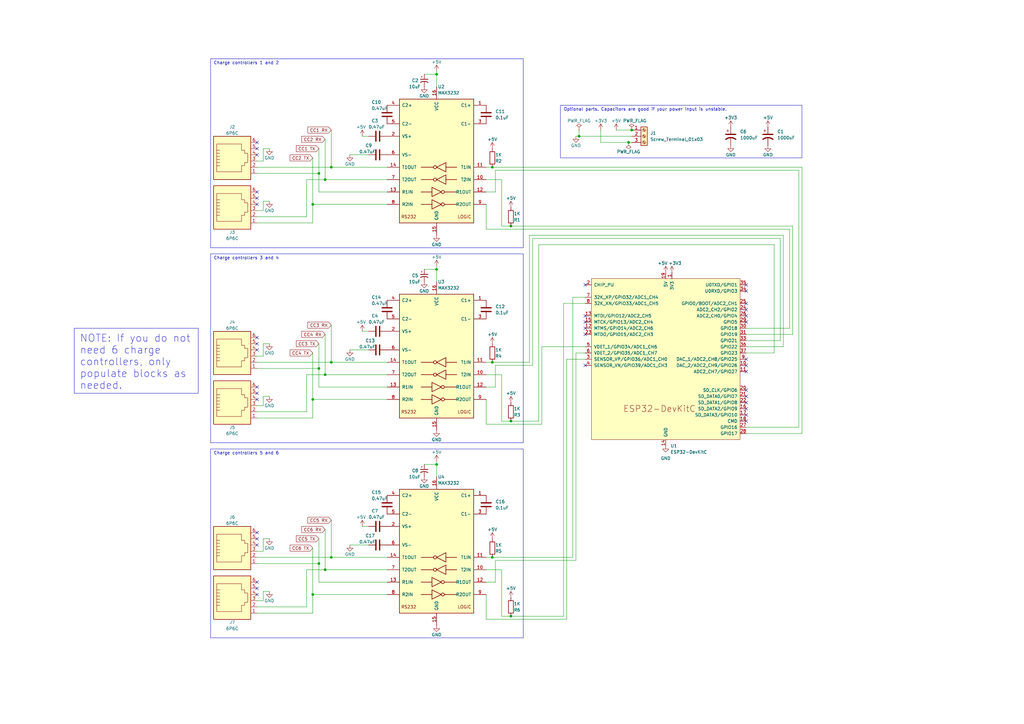
<source format=kicad_sch>
(kicad_sch (version 20230121) (generator eeschema)
  (paper "A3")
  (title_block (title "ESP32 Solar Box Monitor (6 Port)") (date "2023-03-29") (rev "2.1"))
  (lib_symbols
    (symbol "+5V_1" (power) (pin_names (offset 0))
      (property "Value" "+5V_1" (at 0 3.556 0))
      (symbol "+5V_1_0_1"
        (polyline (pts (xy -0.762 1.27) (xy 0 2.54)))
        (polyline (pts (xy 0 0) (xy 0 2.54)))
        (polyline (pts (xy 0 2.54) (xy 0.762 1.27)))
      )
      (symbol "+5V_1_1_1"
        (pin power_in line (at 0 0 90) (length 0) hide (name "+5V") (number "1"))
      )
    )
    (symbol "Connector:6P6C" (pin_names (offset 1.016))
      (property "Reference" "J" (at -5.08 11.43 0))
      (property "Value" "6P6C" (at 2.54 11.43 0))
      (symbol "6P6C_0_1"
        (polyline (pts (xy -6.35 -1.905) (xy -5.08 -1.905) (xy -5.08 -1.905)))
        (polyline (pts (xy -6.35 -0.635) (xy -5.08 -0.635) (xy -5.08 -0.635)))
        (polyline (pts (xy -6.35 0.635) (xy -5.08 0.635) (xy -5.08 0.635)))
        (polyline (pts (xy -6.35 1.905) (xy -5.08 1.905) (xy -5.08 1.905)))
        (polyline (pts (xy -6.35 3.175) (xy -5.08 3.175) (xy -5.08 3.175)))
        (polyline (pts (xy -5.08 4.445) (xy -6.35 4.445) (xy -6.35 4.445)))
        (polyline (pts (xy -6.35 -4.445) (xy -6.35 6.985) (xy 3.81 6.985) (xy 3.81 4.445) (xy 5.08 4.445) (xy 5.08 3.175) (xy 6.35 3.175) (xy 6.35 -0.635) (xy 5.08 -0.635) (xy 5.08 -1.905) (xy 3.81 -1.905) (xy 3.81 -4.445) (xy -6.35 -4.445) (xy -6.35 -4.445)))
        (rectangle (start 7.62 10.16) (end -7.62 -7.62) (stroke (width 0.254)) (fill (type background)))
      )
      (symbol "6P6C_1_1"
        (pin passive line (at 10.16 -5.08 180) (length 2.54) (name "~") (number "1"))
        (pin passive line (at 10.16 -2.54 180) (length 2.54) (name "~") (number "2"))
        (pin passive line (at 10.16 0 180) (length 2.54) (name "~") (number "3"))
        (pin passive line (at 10.16 2.54 180) (length 2.54) (name "~") (number "4"))
        (pin passive line (at 10.16 5.08 180) (length 2.54) (name "~") (number "5"))
        (pin passive line (at 10.16 7.62 180) (length 2.54) (name "~") (number "6"))
      )
    )
    (symbol "Connector:Screw_Terminal_01x03" (pin_names (offset 1.016) hide)
      (property "Reference" "J" (at 0 5.08 0))
      (property "Value" "Screw_Terminal_01x03" (at 0 -5.08 0))
      (symbol "Screw_Terminal_01x03_1_1"
        (rectangle (start -1.27 3.81) (end 1.27 -3.81) (stroke (width 0.254)) (fill (type background)))
        (circle (center 0 -2.54) (radius 0.635) (stroke (width 0.1524)))
        (polyline (pts (xy -0.5334 -2.2098) (xy 0.3302 -3.048)) (stroke (width 0.1524)))
        (polyline (pts (xy -0.5334 0.3302) (xy 0.3302 -0.508)) (stroke (width 0.1524)))
        (polyline (pts (xy -0.5334 2.8702) (xy 0.3302 2.032)) (stroke (width 0.1524)))
        (polyline (pts (xy -0.3556 -2.032) (xy 0.508 -2.8702)) (stroke (width 0.1524)))
        (polyline (pts (xy -0.3556 0.508) (xy 0.508 -0.3302)) (stroke (width 0.1524)))
        (polyline (pts (xy -0.3556 3.048) (xy 0.508 2.2098)) (stroke (width 0.1524)))
        (circle (center 0 0) (radius 0.635) (stroke (width 0.1524)))
        (circle (center 0 2.54) (radius 0.635) (stroke (width 0.1524)))
        (pin passive line (at -5.08 2.54 0) (length 3.81) (name "Pin_1") (number "1"))
        (pin passive line (at -5.08 0 0) (length 3.81) (name "Pin_2") (number "2"))
        (pin passive line (at -5.08 -2.54 0) (length 3.81) (name "Pin_3") (number "3"))
      )
    )
    (symbol "Device:C" (pin_numbers hide) (pin_names (offset 0.254))
      (property "Reference" "C" (at 0.635 2.54 0))
      (property "Value" "C" (at 0.635 -2.54 0))
      (symbol "C_0_1"
        (polyline (pts (xy -2.032 -0.762) (xy 2.032 -0.762)) (stroke (width 0.508)))
        (polyline (pts (xy -2.032 0.762) (xy 2.032 0.762)) (stroke (width 0.508)))
      )
      (symbol "C_1_1"
        (pin passive line (at 0 3.81 270) (length 2.794) (name "~") (number "1"))
        (pin passive line (at 0 -3.81 90) (length 2.794) (name "~") (number "2"))
      )
    )
    (symbol "Device:C_Polarized_Small_US" (pin_numbers hide) (pin_names (offset 0.254) hide)
      (property "Reference" "C" (at 0.254 1.778 0))
      (property "Value" "C_Polarized_Small_US" (at 0.254 -2.032 0))
      (symbol "C_Polarized_Small_US_0_1"
        (polyline (pts (xy -1.524 0.508) (xy 1.524 0.508)) (stroke (width 0.3048)))
        (polyline (pts (xy -1.27 1.524) (xy -0.762 1.524)))
        (polyline (pts (xy -1.016 1.27) (xy -1.016 1.778)))
        (arc (start 1.524 -0.762) (mid 0 -0.3734) (end -1.524 -0.762) (stroke (width 0.3048)))
      )
      (symbol "C_Polarized_Small_US_1_1"
        (pin passive line (at 0 2.54 270) (length 2.032) (name "~") (number "1"))
        (pin passive line (at 0 -2.54 90) (length 2.032) (name "~") (number "2"))
      )
    )
    (symbol "Device:C_Polarized_US" (pin_numbers hide) (pin_names (offset 0.254) hide)
      (property "Reference" "C" (at 0.635 2.54 0))
      (property "Value" "C_Polarized_US" (at 0.635 -2.54 0))
      (symbol "C_Polarized_US_0_1"
        (polyline (pts (xy -2.032 0.762) (xy 2.032 0.762)) (stroke (width 0.508)))
        (polyline (pts (xy -1.778 2.286) (xy -0.762 2.286)))
        (polyline (pts (xy -1.27 1.778) (xy -1.27 2.794)))
        (arc (start 2.032 -1.27) (mid 0 -0.5572) (end -2.032 -1.27) (stroke (width 0.508)))
      )
      (symbol "C_Polarized_US_1_1"
        (pin passive line (at 0 3.81 270) (length 2.794) (name "~") (number "1"))
        (pin passive line (at 0 -3.81 90) (length 3.302) (name "~") (number "2"))
      )
    )
    (symbol "Device:R" (pin_numbers hide) (pin_names (offset 0))
      (property "Reference" "R" (at 2.032 0 90))
      (property "Value" "R" (at 0 0 90))
      (symbol "R_0_1"
        (rectangle (start -1.016 -2.54) (end 1.016 2.54) (stroke (width 0.254)))
      )
      (symbol "R_1_1"
        (pin passive line (at 0 3.81 270) (length 1.27) (name "~") (number "1"))
        (pin passive line (at 0 -3.81 90) (length 1.27) (name "~") (number "2"))
      )
    )
    (symbol "Espressif:ESP32-DevKitC" (pin_names (offset 1.016))
      (property "Reference" "U" (at -30.48 38.1 0))
      (property "Value" "ESP32-DevKitC" (at -30.48 35.56 0))
      (symbol "ESP32-DevKitC_0_0"
        (text "ESP32-DevKitC" (at -2.54 -20.32 0) (effects (font (size 2.54 2.54))))
        (pin power_in line (at 0 -35.56 90) (length 2.54) (name "GND") (number "14"))
        (pin power_in line (at 0 35.56 270) (length 2.54) (name "5V") (number "19"))
      )
      (symbol "ESP32-DevKitC_0_1"
        (rectangle (start -30.48 33.02) (end 30.48 -33.02) (fill (type background)))
      )
      (symbol "ESP32-DevKitC_1_1"
        (pin power_in line (at 2.54 35.56 270) (length 2.54) (name "3V3") (number "1"))
        (pin bidirectional line (at 33.02 -2.54 180) (length 2.54) (name "DAC_2/ADC2_CH9/GPIO26") (number "10"))
        (pin bidirectional line (at 33.02 -5.08 180) (length 2.54) (name "ADC2_CH7/GPIO27") (number "11"))
        (pin bidirectional line (at -33.02 12.7 0) (length 2.54) (name "MTMS/GPIO14/ADC2_CH6") (number "12"))
        (pin bidirectional line (at -33.02 17.78 0) (length 2.54) (name "MTDI/GPIO12/ADC2_CH5") (number "13"))
        (pin bidirectional line (at -33.02 15.24 0) (length 2.54) (name "MTCK/GPIO13/ADC2_CH4") (number "15"))
        (pin bidirectional line (at 33.02 -20.32 180) (length 2.54) (name "SD_DATA2/GPIO9") (number "16"))
        (pin bidirectional line (at 33.02 -22.86 180) (length 2.54) (name "SD_DATA3/GPIO10") (number "17"))
        (pin bidirectional line (at 33.02 -25.4 180) (length 2.54) (name "CMD") (number "18"))
        (pin input line (at -33.02 30.48 0) (length 2.54) (name "CHIP_PU") (number "2"))
        (pin bidirectional line (at 33.02 -12.7 180) (length 2.54) (name "SD_CLK/GPIO6") (number "20"))
        (pin bidirectional line (at 33.02 -15.24 180) (length 2.54) (name "SD_DATA0/GPIO7") (number "21"))
        (pin bidirectional line (at 33.02 -17.78 180) (length 2.54) (name "SD_DATA1/GPIO8") (number "22"))
        (pin bidirectional line (at -33.02 10.16 0) (length 2.54) (name "MTDO/GPIO15/ADC2_CH3") (number "23"))
        (pin bidirectional line (at 33.02 20.32 180) (length 2.54) (name "ADC2_CH2/GPIO2") (number "24"))
        (pin bidirectional line (at 33.02 22.86 180) (length 2.54) (name "GPIO0/BOOT/ADC2_CH1") (number "25"))
        (pin bidirectional line (at 33.02 17.78 180) (length 2.54) (name "ADC2_CH0/GPIO4") (number "26"))
        (pin bidirectional line (at 33.02 -27.94 180) (length 2.54) (name "GPIO16") (number "27"))
        (pin bidirectional line (at 33.02 -30.48 180) (length 2.54) (name "GPIO17") (number "28"))
        (pin bidirectional line (at 33.02 15.24 180) (length 2.54) (name "GPIO5") (number "29"))
        (pin input line (at -33.02 0 0) (length 2.54) (name "SENSOR_VP/GPIO36/ADC1_CH0") (number "3"))
        (pin bidirectional line (at 33.02 12.7 180) (length 2.54) (name "GPIO18") (number "30"))
        (pin bidirectional line (at 33.02 10.16 180) (length 2.54) (name "GPIO19") (number "31"))
        (pin passive line (at 0 -35.56 90) (length 2.54) hide (name "GND") (number "32"))
        (pin bidirectional line (at 33.02 7.62 180) (length 2.54) (name "GPIO21") (number "33"))
        (pin bidirectional line (at 33.02 27.94 180) (length 2.54) (name "U0RXD/GPIO3") (number "34"))
        (pin bidirectional line (at 33.02 30.48 180) (length 2.54) (name "U0TXD/GPIO1") (number "35"))
        (pin bidirectional line (at 33.02 5.08 180) (length 2.54) (name "GPIO22") (number "36"))
        (pin bidirectional line (at 33.02 2.54 180) (length 2.54) (name "GPIO23") (number "37"))
        (pin passive line (at 0 -35.56 90) (length 2.54) hide (name "GND") (number "38"))
        (pin input line (at -33.02 -2.54 0) (length 2.54) (name "SENSOR_VN/GPIO39/ADC1_CH3") (number "4"))
        (pin input line (at -33.02 5.08 0) (length 2.54) (name "VDET_1/GPIO34/ADC1_CH6") (number "5"))
        (pin input line (at -33.02 2.54 0) (length 2.54) (name "VDET_2/GPIO35/ADC1_CH7") (number "6"))
        (pin bidirectional line (at -33.02 25.4 0) (length 2.54) (name "32K_XP/GPIO32/ADC1_CH4") (number "7"))
        (pin bidirectional line (at -33.02 22.86 0) (length 2.54) (name "32K_XN/GPIO33/ADC1_CH5") (number "8"))
        (pin bidirectional line (at 33.02 0 180) (length 2.54) (name "DAC_1/ADC2_CH8/GPIO25") (number "9"))
      )
    )
    (symbol "GND_1" (power) (pin_names (offset 0))
      (property "Value" "GND_1" (at 0 -3.81 0))
      (symbol "GND_1_0_1"
        (polyline (pts (xy 0 0) (xy 0 -1.27) (xy 1.27 -1.27) (xy 0 -2.54) (xy -1.27 -1.27) (xy 0 -1.27)))
      )
      (symbol "GND_1_1_1"
        (pin power_in line (at 0 0 270) (length 0) hide (name "GND") (number "1"))
      )
    )
    (symbol "Interface_UART:MAX3232" (pin_names (offset 1.016))
      (property "Reference" "U" (at -2.54 28.575 0))
      (property "Value" "MAX3232" (at -2.54 26.67 0))
      (symbol "MAX3232_0_0"
        (text "LOGIC" (at -11.43 -22.86 0) (effects (font (size 1.27 1.27))))
        (text "RS232" (at 11.43 -22.86 0) (effects (font (size 1.27 1.27))))
      )
      (symbol "MAX3232_0_1"
        (rectangle (start -15.24 -25.4) (end 15.24 25.4) (stroke (width 0.254)) (fill (type background)))
        (circle (center -2.54 -17.78) (radius 0.635) (stroke (width 0.254)))
        (circle (center -2.54 -12.7) (radius 0.635) (stroke (width 0.254)))
        (polyline (pts (xy -3.81 -7.62) (xy -8.255 -7.62)) (stroke (width 0.254)))
        (polyline (pts (xy -3.81 -2.54) (xy -8.255 -2.54)) (stroke (width 0.254)))
        (polyline (pts (xy -3.175 -17.78) (xy -8.255 -17.78)) (stroke (width 0.254)))
        (polyline (pts (xy -3.175 -12.7) (xy -8.255 -12.7)) (stroke (width 0.254)))
        (polyline (pts (xy 1.27 -7.62) (xy 6.35 -7.62)) (stroke (width 0.254)))
        (polyline (pts (xy 1.27 -2.54) (xy 6.35 -2.54)) (stroke (width 0.254)))
        (polyline (pts (xy 1.905 -17.78) (xy 6.35 -17.78)) (stroke (width 0.254)))
        (polyline (pts (xy 1.905 -12.7) (xy 6.35 -12.7)) (stroke (width 0.254)))
        (polyline (pts (xy -3.81 -5.715) (xy -3.81 -9.525) (xy 0 -7.62) (xy -3.81 -5.715)) (stroke (width 0.254)))
        (polyline (pts (xy -3.81 -0.635) (xy -3.81 -4.445) (xy 0 -2.54) (xy -3.81 -0.635)) (stroke (width 0.254)))
        (polyline (pts (xy 1.905 -15.875) (xy 1.905 -19.685) (xy -1.905 -17.78) (xy 1.905 -15.875)) (stroke (width 0.254)))
        (polyline (pts (xy 1.905 -10.795) (xy 1.905 -14.605) (xy -1.905 -12.7) (xy 1.905 -10.795)) (stroke (width 0.254)))
        (circle (center 0.635 -7.62) (radius 0.635) (stroke (width 0.254)))
        (circle (center 0.635 -2.54) (radius 0.635) (stroke (width 0.254)))
      )
      (symbol "MAX3232_1_1"
        (pin passive line (at -20.32 22.86 0) (length 5.08) (name "C1+") (number "1"))
        (pin input line (at -20.32 -7.62 0) (length 5.08) (name "T2IN") (number "10"))
        (pin input line (at -20.32 -2.54 0) (length 5.08) (name "T1IN") (number "11"))
        (pin output line (at -20.32 -12.7 0) (length 5.08) (name "R1OUT") (number "12"))
        (pin input line (at 20.32 -12.7 180) (length 5.08) (name "R1IN") (number "13"))
        (pin output line (at 20.32 -2.54 180) (length 5.08) (name "T1OUT") (number "14"))
        (pin power_in line (at 0 -30.48 90) (length 5.08) (name "GND") (number "15"))
        (pin power_in line (at 0 30.48 270) (length 5.08) (name "VCC") (number "16"))
        (pin power_out line (at 20.32 10.16 180) (length 5.08) (name "VS+") (number "2"))
        (pin passive line (at -20.32 15.24 0) (length 5.08) (name "C1-") (number "3"))
        (pin passive line (at 20.32 22.86 180) (length 5.08) (name "C2+") (number "4"))
        (pin passive line (at 20.32 15.24 180) (length 5.08) (name "C2-") (number "5"))
        (pin power_out line (at 20.32 2.54 180) (length 5.08) (name "VS-") (number "6"))
        (pin output line (at 20.32 -7.62 180) (length 5.08) (name "T2OUT") (number "7"))
        (pin input line (at 20.32 -17.78 180) (length 5.08) (name "R2IN") (number "8"))
        (pin output line (at -20.32 -17.78 0) (length 5.08) (name "R2OUT") (number "9"))
      )
    )
    (symbol "power:+3.3V" (power) (pin_names (offset 0))
      (property "Value" "+3.3V" (at 0 3.556 0))
      (symbol "+3.3V_0_1"
        (polyline (pts (xy -0.762 1.27) (xy 0 2.54)))
        (polyline (pts (xy 0 0) (xy 0 2.54)))
        (polyline (pts (xy 0 2.54) (xy 0.762 1.27)))
      )
      (symbol "+3.3V_1_1"
        (pin power_in line (at 0 0 90) (length 0) hide (name "+3V3") (number "1"))
      )
    )
    (symbol "power:+3V3" (power) (pin_names (offset 0))
      (property "Value" "+3V3" (at 0 3.556 0))
      (symbol "+3V3_0_1"
        (polyline (pts (xy -0.762 1.27) (xy 0 2.54)))
        (polyline (pts (xy 0 0) (xy 0 2.54)))
        (polyline (pts (xy 0 2.54) (xy 0.762 1.27)))
      )
      (symbol "+3V3_1_1"
        (pin power_in line (at 0 0 90) (length 0) hide (name "+3V3") (number "1"))
      )
    )
    (symbol "power:+5V" (power) (pin_names (offset 0))
      (property "Value" "+5V" (at 0 3.556 0))
      (symbol "+5V_0_1"
        (polyline (pts (xy -0.762 1.27) (xy 0 2.54)))
        (polyline (pts (xy 0 0) (xy 0 2.54)))
        (polyline (pts (xy 0 2.54) (xy 0.762 1.27)))
      )
      (symbol "+5V_1_1"
        (pin power_in line (at 0 0 90) (length 0) hide (name "+5V") (number "1"))
      )
    )
    (symbol "power:GND" (power) (pin_names (offset 0))
      (property "Value" "GND" (at 0 -3.81 0))
      (symbol "GND_0_1"
        (polyline (pts (xy 0 0) (xy 0 -1.27) (xy 1.27 -1.27) (xy 0 -2.54) (xy -1.27 -1.27) (xy 0 -1.27)))
      )
      (symbol "GND_1_1"
        (pin power_in line (at 0 0 270) (length 0) hide (name "GND") (number "1"))
      )
    )
    (symbol "power:PWR_FLAG" (power) (pin_numbers hide) (pin_names (offset 0) hide)
      (property "Value" "PWR_FLAG" (at 0 3.81 0))
      (symbol "PWR_FLAG_0_0"
        (pin power_out line (at 0 0 90) (length 0) (name "pwr") (number "1"))
      )
      (symbol "PWR_FLAG_0_1"
        (polyline (pts (xy 0 0) (xy 0 1.27) (xy -1.016 1.905) (xy 0 2.54) (xy 1.016 1.905) (xy 0 1.27)))
      )
    )
  )
  (junction (at 135.89 228.6))
  (junction (at 135.89 148.59))
  (junction (at 179.07 110.49))
  (junction (at 130.81 231.14))
  (junction (at 257.81 58.42))
  (junction (at 128.27 163.83))
  (junction (at 128.27 83.82))
  (junction (at 179.07 30.48))
  (junction (at 201.93 68.58))
  (junction (at 201.93 228.6))
  (junction (at 135.89 68.58))
  (junction (at 133.35 233.68))
  (junction (at 237.49 55.88))
  (junction (at 209.55 92.71))
  (junction (at 209.55 252.73))
  (junction (at 128.27 243.84))
  (junction (at 130.81 71.12))
  (junction (at 201.93 148.59))
  (junction (at 179.07 190.5))
  (junction (at 133.35 153.67))
  (junction (at 130.81 151.13))
  (junction (at 209.55 172.72))
  (junction (at 259.08 53.34))
  (junction (at 133.35 73.66))
  (no_connect (at 306.07 160.02))
  (no_connect (at 306.07 119.38))
  (no_connect (at 306.07 172.72))
  (no_connect (at 105.41 243.84))
  (no_connect (at 105.41 143.51))
  (no_connect (at 240.03 132.08))
  (no_connect (at 105.41 238.76))
  (no_connect (at 105.41 158.75))
  (no_connect (at 105.41 138.43))
  (no_connect (at 306.07 165.1))
  (no_connect (at 240.03 137.16))
  (no_connect (at 306.07 149.86))
  (no_connect (at 105.41 241.3))
  (no_connect (at 105.41 163.83))
  (no_connect (at 105.41 140.97))
  (no_connect (at 105.41 223.52))
  (no_connect (at 306.07 129.54))
  (no_connect (at 306.07 116.84))
  (no_connect (at 306.07 124.46))
  (no_connect (at 105.41 161.29))
  (no_connect (at 105.41 58.42))
  (no_connect (at 105.41 63.5))
  (no_connect (at 105.41 60.96))
  (no_connect (at 105.41 83.82))
  (no_connect (at 105.41 78.74))
  (no_connect (at 105.41 81.28))
  (no_connect (at 240.03 149.86))
  (no_connect (at 306.07 170.18))
  (no_connect (at 240.03 129.54))
  (no_connect (at 306.07 132.08))
  (no_connect (at 240.03 134.62))
  (no_connect (at 306.07 162.56))
  (no_connect (at 306.07 147.32))
  (no_connect (at 306.07 152.4))
  (no_connect (at 306.07 167.64))
  (no_connect (at 105.41 220.98))
  (no_connect (at 240.03 116.84))
  (no_connect (at 105.41 218.44))
  (no_connect (at 306.07 127))
  (wire (pts (xy 306.07 175.26) (xy 327.66 175.26)))
  (wire (pts (xy 143.51 223.52) (xy 151.13 223.52)))
  (wire (pts (xy 246.38 58.42) (xy 257.81 58.42)))
  (wire (pts (xy 135.89 228.6) (xy 158.75 228.6)))
  (wire (pts (xy 203.2 69.85) (xy 327.66 69.85)))
  (wire (pts (xy 306.07 142.24) (xy 321.31 142.24)))
  (wire (pts (xy 173.99 190.5) (xy 179.07 190.5)))
  (wire (pts (xy 306.07 134.62) (xy 323.85 134.62)))
  (wire (pts (xy 125.73 73.66) (xy 133.35 73.66)))
  (wire (pts (xy 240.03 147.32) (xy 232.41 147.32)))
  (wire (pts (xy 105.41 71.12) (xy 130.81 71.12)))
  (wire (pts (xy 203.2 78.74) (xy 203.2 69.85)))
  (wire (pts (xy 203.2 158.75) (xy 203.2 149.86)))
  (wire (pts (xy 105.41 248.92) (xy 125.73 248.92)))
  (wire (pts (xy 205.74 233.68) (xy 205.74 252.73)))
  (wire (pts (xy 217.17 96.52) (xy 217.17 148.59)))
  (wire (pts (xy 105.41 66.04) (xy 107.95 66.04)))
  (wire (pts (xy 105.41 86.36) (xy 107.95 86.36)))
  (wire (pts (xy 317.5 100.33) (xy 317.5 144.78)))
  (wire (pts (xy 237.49 55.88) (xy 259.08 55.88)))
  (wire (pts (xy 107.95 242.57) (xy 110.49 242.57)))
  (wire (pts (xy 205.74 153.67) (xy 205.74 172.72)))
  (wire (pts (xy 107.95 162.56) (xy 110.49 162.56)))
  (wire (pts (xy 321.31 142.24) (xy 321.31 96.52)))
  (wire (pts (xy 203.2 149.86) (xy 218.44 149.86)))
  (wire (pts (xy 133.35 73.66) (xy 158.75 73.66)))
  (wire (pts (xy 128.27 251.46) (xy 128.27 243.84)))
  (wire (pts (xy 199.39 73.66) (xy 205.74 73.66)))
  (wire (pts (xy 105.41 68.58) (xy 135.89 68.58)))
  (wire (pts (xy 240.03 124.46) (xy 231.14 124.46)))
  (wire (pts (xy 240.03 142.24) (xy 222.25 142.24)))
  (wire (pts (xy 205.74 172.72) (xy 209.55 172.72)))
  (wire (pts (xy 133.35 233.68) (xy 158.75 233.68)))
  (wire (pts (xy 107.95 166.37) (xy 107.95 162.56)))
  (wire (pts (xy 179.07 30.48) (xy 179.07 35.56)))
  (wire (pts (xy 201.93 68.58) (xy 328.93 68.58)))
  (wire (pts (xy 130.81 60.96) (xy 130.81 71.12)))
  (wire (pts (xy 236.22 55.88) (xy 237.49 55.88)))
  (wire (pts (xy 128.27 171.45) (xy 128.27 163.83)))
  (wire (pts (xy 199.39 148.59) (xy 201.93 148.59)))
  (wire (pts (xy 199.39 254) (xy 232.41 254)))
  (wire (pts (xy 107.95 246.38) (xy 107.95 242.57)))
  (wire (pts (xy 148.59 55.88) (xy 151.13 55.88)))
  (wire (pts (xy 199.39 173.99) (xy 222.25 173.99)))
  (wire (pts (xy 105.41 226.06) (xy 107.95 226.06)))
  (wire (pts (xy 179.07 190.5) (xy 179.07 195.58)))
  (wire (pts (xy 133.35 217.17) (xy 133.35 233.68)))
  (wire (pts (xy 105.41 146.05) (xy 107.95 146.05)))
  (wire (pts (xy 125.73 248.92) (xy 125.73 233.68)))
  (wire (pts (xy 107.95 140.97) (xy 110.49 140.97)))
  (wire (pts (xy 135.89 148.59) (xy 158.75 148.59)))
  (wire (pts (xy 317.5 144.78) (xy 306.07 144.78)))
  (wire (pts (xy 130.81 78.74) (xy 158.75 78.74)))
  (wire (pts (xy 179.07 189.23) (xy 179.07 190.5)))
  (wire (pts (xy 234.95 121.92) (xy 234.95 228.6)))
  (wire (pts (xy 173.99 110.49) (xy 179.07 110.49)))
  (wire (pts (xy 240.03 121.92) (xy 234.95 121.92)))
  (wire (pts (xy 107.95 82.55) (xy 110.49 82.55)))
  (wire (pts (xy 107.95 60.96) (xy 110.49 60.96)))
  (wire (pts (xy 105.41 151.13) (xy 130.81 151.13)))
  (wire (pts (xy 125.73 233.68) (xy 133.35 233.68)))
  (wire (pts (xy 128.27 91.44) (xy 128.27 83.82)))
  (wire (pts (xy 240.03 144.78) (xy 236.22 144.78)))
  (wire (pts (xy 148.59 135.89) (xy 151.13 135.89)))
  (wire (pts (xy 135.89 68.58) (xy 158.75 68.58)))
  (wire (pts (xy 321.31 96.52) (xy 217.17 96.52)))
  (wire (pts (xy 199.39 233.68) (xy 205.74 233.68)))
  (wire (pts (xy 105.41 228.6) (xy 135.89 228.6)))
  (wire (pts (xy 320.04 97.79) (xy 218.44 97.79)))
  (wire (pts (xy 327.66 175.26) (xy 327.66 69.85)))
  (wire (pts (xy 199.39 228.6) (xy 201.93 228.6)))
  (wire (pts (xy 325.12 137.16) (xy 325.12 92.71)))
  (wire (pts (xy 199.39 238.76) (xy 203.2 238.76)))
  (wire (pts (xy 173.99 30.48) (xy 179.07 30.48)))
  (wire (pts (xy 107.95 220.98) (xy 110.49 220.98)))
  (wire (pts (xy 205.74 73.66) (xy 205.74 92.71)))
  (wire (pts (xy 320.04 139.7) (xy 320.04 97.79)))
  (wire (pts (xy 125.73 153.67) (xy 133.35 153.67)))
  (wire (pts (xy 105.41 148.59) (xy 135.89 148.59)))
  (wire (pts (xy 205.74 92.71) (xy 209.55 92.71)))
  (wire (pts (xy 135.89 213.36) (xy 135.89 228.6)))
  (wire (pts (xy 125.73 88.9) (xy 125.73 73.66)))
  (wire (pts (xy 220.98 100.33) (xy 317.5 100.33)))
  (wire (pts (xy 128.27 224.79) (xy 128.27 243.84)))
  (wire (pts (xy 234.95 228.6) (xy 201.93 228.6)))
  (wire (pts (xy 199.39 78.74) (xy 203.2 78.74)))
  (wire (pts (xy 306.07 139.7) (xy 320.04 139.7)))
  (wire (pts (xy 130.81 71.12) (xy 130.81 78.74)))
  (wire (pts (xy 130.81 238.76) (xy 158.75 238.76)))
  (wire (pts (xy 130.81 140.97) (xy 130.81 151.13)))
  (wire (pts (xy 105.41 91.44) (xy 128.27 91.44)))
  (wire (pts (xy 107.95 226.06) (xy 107.95 220.98)))
  (wire (pts (xy 209.55 92.71) (xy 325.12 92.71)))
  (wire (pts (xy 222.25 142.24) (xy 222.25 173.99)))
  (wire (pts (xy 130.81 151.13) (xy 130.81 158.75)))
  (wire (pts (xy 143.51 143.51) (xy 151.13 143.51)))
  (wire (pts (xy 201.93 148.59) (xy 217.17 148.59)))
  (wire (pts (xy 199.39 254) (xy 199.39 243.84)))
  (wire (pts (xy 203.2 238.76) (xy 203.2 229.87)))
  (wire (pts (xy 209.55 172.72) (xy 220.98 172.72)))
  (wire (pts (xy 130.81 220.98) (xy 130.81 231.14)))
  (wire (pts (xy 105.41 88.9) (xy 125.73 88.9)))
  (wire (pts (xy 218.44 97.79) (xy 218.44 149.86)))
  (wire (pts (xy 236.22 144.78) (xy 236.22 229.87)))
  (wire (pts (xy 128.27 243.84) (xy 158.75 243.84)))
  (wire (pts (xy 237.49 53.34) (xy 237.49 55.88)))
  (wire (pts (xy 306.07 137.16) (xy 325.12 137.16)))
  (wire (pts (xy 231.14 124.46) (xy 231.14 252.73)))
  (wire (pts (xy 232.41 147.32) (xy 232.41 254)))
  (wire (pts (xy 306.07 177.8) (xy 328.93 177.8)))
  (wire (pts (xy 128.27 144.78) (xy 128.27 163.83)))
  (wire (pts (xy 130.81 158.75) (xy 158.75 158.75)))
  (wire (pts (xy 246.38 58.42) (xy 246.38 53.34)))
  (wire (pts (xy 179.07 29.21) (xy 179.07 30.48)))
  (wire (pts (xy 323.85 134.62) (xy 323.85 93.98)))
  (wire (pts (xy 205.74 252.73) (xy 209.55 252.73)))
  (wire (pts (xy 107.95 66.04) (xy 107.95 60.96)))
  (wire (pts (xy 199.39 153.67) (xy 205.74 153.67)))
  (wire (pts (xy 130.81 231.14) (xy 130.81 238.76)))
  (wire (pts (xy 143.51 63.5) (xy 151.13 63.5)))
  (wire (pts (xy 133.35 153.67) (xy 158.75 153.67)))
  (wire (pts (xy 199.39 93.98) (xy 199.39 83.82)))
  (wire (pts (xy 128.27 83.82) (xy 158.75 83.82)))
  (wire (pts (xy 105.41 251.46) (xy 128.27 251.46)))
  (wire (pts (xy 135.89 133.35) (xy 135.89 148.59)))
  (wire (pts (xy 220.98 172.72) (xy 220.98 100.33)))
  (wire (pts (xy 105.41 166.37) (xy 107.95 166.37)))
  (wire (pts (xy 328.93 177.8) (xy 328.93 68.58)))
  (wire (pts (xy 209.55 252.73) (xy 231.14 252.73)))
  (wire (pts (xy 179.07 110.49) (xy 179.07 115.57)))
  (wire (pts (xy 128.27 64.77) (xy 128.27 83.82)))
  (wire (pts (xy 105.41 231.14) (xy 130.81 231.14)))
  (wire (pts (xy 107.95 86.36) (xy 107.95 82.55)))
  (wire (pts (xy 236.22 229.87) (xy 203.2 229.87)))
  (wire (pts (xy 257.81 58.42) (xy 259.08 58.42)))
  (wire (pts (xy 135.89 53.34) (xy 135.89 68.58)))
  (wire (pts (xy 199.39 173.99) (xy 199.39 163.83)))
  (wire (pts (xy 105.41 246.38) (xy 107.95 246.38)))
  (wire (pts (xy 133.35 57.15) (xy 133.35 73.66)))
  (wire (pts (xy 148.59 215.9) (xy 151.13 215.9)))
  (wire (pts (xy 105.41 171.45) (xy 128.27 171.45)))
  (wire (pts (xy 252.73 53.34) (xy 259.08 53.34)))
  (wire (pts (xy 128.27 163.83) (xy 158.75 163.83)))
  (wire (pts (xy 107.95 146.05) (xy 107.95 140.97)))
  (wire (pts (xy 199.39 68.58) (xy 201.93 68.58)))
  (wire (pts (xy 133.35 137.16) (xy 133.35 153.67)))
  (wire (pts (xy 199.39 93.98) (xy 323.85 93.98)))
  (wire (pts (xy 199.39 158.75) (xy 203.2 158.75)))
  (wire (pts (xy 125.73 168.91) (xy 125.73 153.67)))
  (wire (pts (xy 179.07 109.22) (xy 179.07 110.49)))
  (wire (pts (xy 105.41 168.91) (xy 125.73 168.91)))
  (rectangle (start 229.87 43.18) (end 328.93 64.77))
  (rectangle (start 86.36 24.13) (end 214.63 101.6))
  (rectangle (start 86.36 104.14) (end 214.63 181.61))
  (rectangle (start 86.36 184.15) (end 214.63 261.62))
  (text_box "NOTE: If you do not need 6 charge controllers, only populate blocks as needed." (at 30.48 134.62 0) (size 50.8 26.67) (effects (font (size 3 3)) (justify left top)))
  (text "Charge controllers 3 and 4" (at 87.63 106.68 0) (effects (font (size 1.27 1.27)) (justify left bottom)))
  (text "Charge controllers 5 and 6" (at 87.63 186.69 0) (effects (font (size 1.27 1.27)) (justify left bottom)))
  (text "Optional parts. Capacitors are good if your power input is unstable." (at 231.14 45.72 0) (effects (font (size 1.27 1.27)) (justify left bottom)))
  (text "Charge controllers 1 and 2" (at 87.63 26.67 0) (effects (font (size 1.27 1.27)) (justify left bottom)))
  (global_label "CC1 TX" (shape input) (at 130.81 60.96 180) (property "Intersheetrefs" "${INTERSHEET_REFS}" (effects hide)))
  (global_label "CC3 TX" (shape input) (at 130.81 140.97 180) (property "Intersheetrefs" "${INTERSHEET_REFS}" (effects hide)))
  (global_label "CC5 TX" (shape input) (at 130.81 220.98 180) (property "Intersheetrefs" "${INTERSHEET_REFS}" (effects hide)))
  (global_label "CC2 TX" (shape input) (at 128.27 64.77 180) (property "Intersheetrefs" "${INTERSHEET_REFS}" (effects hide)))
  (global_label "CC3 RX" (shape input) (at 135.89 133.35 180) (property "Intersheetrefs" "${INTERSHEET_REFS}" (effects hide)))
  (global_label "CC1 RX" (shape input) (at 135.89 53.34 180) (property "Intersheetrefs" "${INTERSHEET_REFS}" (effects hide)))
  (global_label "CC4 RX" (shape input) (at 133.35 137.16 180) (property "Intersheetrefs" "${INTERSHEET_REFS}" (effects hide)))
  (global_label "CC6 TX" (shape input) (at 128.27 224.79 180) (property "Intersheetrefs" "${INTERSHEET_REFS}" (effects hide)))
  (global_label "CC6 RX" (shape input) (at 133.35 217.17 180) (property "Intersheetrefs" "${INTERSHEET_REFS}" (effects hide)))
  (global_label "CC5 RX" (shape input) (at 135.89 213.36 180) (property "Intersheetrefs" "${INTERSHEET_REFS}" (effects hide)))
  (global_label "CC2 RX" (shape input) (at 133.35 57.15 180) (property "Intersheetrefs" "${INTERSHEET_REFS}" (effects hide)))
  (global_label "CC4 TX" (shape input) (at 128.27 144.78 180) (property "Intersheetrefs" "${INTERSHEET_REFS}" (effects hide)))
  (symbol (lib_id "power:+5V") (at 201.93 140.97 0) (unit 1)
    (property "Reference" "#PWR019" (effects hide))
    (property "Value" "+5V" (at 201.93 137.16 0))
  )
  (symbol (lib_id "power:+5V") (at 148.59 55.88 0) (unit 1)
    (property "Reference" "#PWR020" (effects hide))
    (property "Value" "+5V" (at 146.05 52.07 0) (effects (justify left)))
  )
  (symbol (lib_id "power:+5V") (at 252.73 53.34 0) (unit 1)
    (property "Reference" "#PWR06" (effects hide))
    (property "Value" "+5V" (at 252.73 49.53 0))
  )
  (symbol (lib_id "power:GND") (at 179.07 176.53 0) (unit 1)
    (property "Reference" "#PWR018" (effects hide))
    (property "Value" "GND" (at 179.07 180.34 0))
  )
  (symbol (lib_id "power:GND") (at 173.99 195.58 0) (unit 1)
    (property "Reference" "#PWR029" (effects hide))
    (property "Value" "GND" (at 173.99 199.39 0))
  )
  (symbol (lib_id "power:GND") (at 110.49 242.57 0) (unit 1)
    (property "Reference" "#PWR026" (effects hide))
    (property "Value" "GND" (at 110.49 246.38 0))
  )
  (symbol (lib_id "power:+5V") (at 201.93 220.98 0) (unit 1)
    (property "Reference" "#PWR032" (effects hide))
    (property "Value" "+5V" (at 201.93 217.17 0))
  )
  (symbol (lib_id "Interface_UART:MAX3232") (at 179.07 146.05 0) (mirror y) (unit 1)
    (property "Reference" "U3" (at 179.5906 115.57 0) (effects (justify right)))
    (property "Value" "MAX3232" (at 179.5906 118.11 0) (effects (justify right)))
    (property "Footprint" "Library:DIP-16_W7.62mm" (effects hide))
    (property "Datasheet" "https://datasheets.maximintegrated.com/en/ds/MAX3222-MAX3241.pdf" (effects hide))
  )
  (symbol (lib_id "power:+5V") (at 179.07 189.23 0) (unit 1)
    (property "Reference" "#PWR030" (effects hide))
    (property "Value" "+5V" (at 179.07 185.42 0))
  )
  (symbol (lib_id "Connector:6P6C") (at 95.25 226.06 0) (unit 1)
    (property "Reference" "J6" (at 95.25 212.09 0))
    (property "Value" "6P6C" (at 95.25 214.63 0))
    (property "Footprint" "Library:RJ12_Amphenol_54601" (effects hide))
  )
  (symbol (lib_id "power:+5V") (at 314.96 52.07 0) (unit 1)
    (property "Reference" "#PWR09" (effects hide))
    (property "Value" "+5V" (at 314.96 48.26 0))
  )
  (symbol (lib_id "power:+5V") (at 179.07 29.21 0) (unit 1)
    (property "Reference" "#PWR013" (effects hide))
    (property "Value" "+5V" (at 179.07 25.4 0))
  )
  (symbol (lib_id "power:+3V3") (at 275.59 111.76 0) (unit 1)
    (property "Reference" "#PWR035" (effects hide))
    (property "Value" "+3V3" (at 276.86 107.95 0))
  )
  (symbol (lib_id "Device:C_Polarized_Small_US") (at 173.99 33.02 0) (unit 1)
    (property "Reference" "C2" (at 168.91 33.02 0) (effects (justify left)))
    (property "Value" "10uF" (at 167.64 35.56 0) (effects (justify left)))
    (property "Footprint" "Library:CP_Radial_D6.3mm_P2.50mm" (effects hide))
  )
  (symbol (lib_id "power:GND") (at 143.51 143.51 0) (unit 1)
    (property "Reference" "#PWR012" (effects hide))
    (property "Value" "GND" (at 143.51 147.32 0))
  )
  (symbol (lib_id "Device:C") (at 154.94 63.5 270) (unit 1)
    (property "Reference" "C9" (at 149.86 59.69 90) (effects (justify left)))
    (property "Value" "0.47uF" (at 147.32 62.23 90) (effects (justify left)))
    (property "Footprint" "Library:C_Disc_D4.7mm_W2.5mm_P5.00mm" (effects hide))
  )
  (symbol (lib_id "Connector:6P6C") (at 95.25 146.05 0) (unit 1)
    (property "Reference" "J4" (at 95.25 132.08 0))
    (property "Value" "6P6C" (at 95.25 134.62 0))
    (property "Footprint" "Library:RJ12_Amphenol_54601" (effects hide))
  )
  (symbol (lib_id "Device:C_Polarized_Small_US") (at 173.99 193.04 0) (unit 1)
    (property "Reference" "C8" (at 168.91 193.04 0) (effects (justify left)))
    (property "Value" "10uF" (at 167.64 195.58 0) (effects (justify left)))
    (property "Footprint" "Library:CP_Radial_D6.3mm_P2.50mm" (effects hide))
  )
  (symbol (lib_id "power:PWR_FLAG") (at 257.81 58.42 0) (mirror x) (unit 1)
    (property "Reference" "#FLG0101" (effects hide))
    (property "Value" "PWR_FLAG" (at 257.81 62.23 0))
  )
  (symbol (lib_id "Interface_UART:MAX3232") (at 179.07 66.04 0) (mirror y) (unit 1)
    (property "Reference" "U2" (at 179.5906 35.56 0) (effects (justify right)))
    (property "Value" "MAX3232" (at 179.5906 38.1 0) (effects (justify right)))
    (property "Footprint" "Library:DIP-16_W7.62mm" (effects hide))
    (property "Datasheet" "https://datasheets.maximintegrated.com/en/ds/MAX3222-MAX3241.pdf" (effects hide))
  )
  (symbol (lib_id "Device:C") (at 199.39 46.99 0) (unit 1)
    (property "Reference" "C11" (at 203.2 45.7199 0) (effects (justify left)))
    (property "Value" "0.1uF" (at 203.2 48.2599 0) (effects (justify left)))
    (property "Footprint" "Library:C_Disc_D5.0mm_W2.5mm_P2.50mm" (effects hide))
  )
  (symbol (lib_id "power:GND") (at 110.49 60.96 0) (unit 1)
    (property "Reference" "#PWR01" (effects hide))
    (property "Value" "GND" (at 110.49 64.77 0))
  )
  (symbol (lib_id "Connector:6P6C") (at 95.25 86.36 0) (unit 1)
    (property "Reference" "J3" (at 95.25 95.25 0))
    (property "Value" "6P6C" (at 95.25 97.79 0))
    (property "Footprint" "Library:RJ12_Amphenol_54601" (effects hide))
  )
  (symbol (lib_id "Device:C") (at 158.75 127 0) (unit 1)
    (property "Reference" "C14" (at 152.4 121.92 0) (effects (justify left)))
    (property "Value" "0.47uF" (at 152.4 124.46 0) (effects (justify left)))
    (property "Footprint" "Library:C_Disc_D4.7mm_W2.5mm_P5.00mm" (effects hide))
  )
  (symbol (lib_id "power:+5V") (at 148.59 135.89 0) (unit 1)
    (property "Reference" "#PWR015" (effects hide))
    (property "Value" "+5V" (at 146.05 132.08 0) (effects (justify left)))
  )
  (symbol (lib_id "power:+3.3V") (at 246.38 53.34 0) (unit 1)
    (property "Reference" "#PWR05" (effects hide))
    (property "Value" "+3.3V" (at 246.38 49.53 0))
  )
  (symbol (lib_id "Device:C") (at 199.39 127 0) (unit 1)
    (property "Reference" "C12" (at 203.2 125.7299 0) (effects (justify left)))
    (property "Value" "0.1uF" (at 203.2 128.2699 0) (effects (justify left)))
    (property "Footprint" "Library:C_Disc_D5.0mm_W2.5mm_P2.50mm" (effects hide))
  )
  (symbol (lib_id "power:PWR_FLAG") (at 259.08 53.34 0) (unit 1)
    (property "Reference" "#FLG0102" (effects hide))
    (property "Value" "PWR_FLAG" (at 260.35 49.53 0))
  )
  (symbol (lib_id "power:+3.3V") (at 299.72 52.07 0) (unit 1)
    (property "Reference" "#PWR07" (effects hide))
    (property "Value" "+3.3V" (at 299.72 48.26 0))
  )
  (symbol (lib_id "power:GND") (at 110.49 140.97 0) (unit 1)
    (property "Reference" "#PWR02" (effects hide))
    (property "Value" "GND" (at 110.49 144.78 0))
  )
  (symbol (lib_name "+5V_1") (lib_id "power:+5V") (at 273.05 111.76 0) (unit 1)
    (property "Reference" "#PWR034" (effects hide))
    (property "Value" "+5V" (at 271.78 107.95 0))
  )
  (symbol (lib_name "GND_1") (lib_id "power:GND") (at 273.05 182.88 0) (unit 1)
    (property "Reference" "#PWR036" (effects hide))
    (property "Value" "GND" (at 273.05 187.96 0))
  )
  (symbol (lib_id "Device:C_Polarized_US") (at 314.96 55.88 0) (unit 1)
    (property "Reference" "C1" (at 318.77 53.9749 0) (effects (justify left)))
    (property "Value" "1000uF" (at 318.77 56.5149 0) (effects (justify left)))
    (property "Footprint" "Library:CP_Radial_D12.5mm_P5.00mm" (effects hide))
  )
  (symbol (lib_id "power:GND") (at 143.51 63.5 0) (unit 1)
    (property "Reference" "#PWR021" (effects hide))
    (property "Value" "GND" (at 143.51 67.31 0))
  )
  (symbol (lib_id "power:+5V") (at 209.55 165.1 0) (unit 1)
    (property "Reference" "#PWR024" (effects hide))
    (property "Value" "+5V" (at 209.55 161.29 0))
  )
  (symbol (lib_id "Device:R") (at 209.55 88.9 0) (unit 1)
    (property "Reference" "R1" (at 212.09 90.17 0))
    (property "Value" "1K" (at 212.09 87.63 0))
    (property "Footprint" "Library:R_Axial_DIN0207_L6.3mm_D2.5mm_P10.16mm_Horizontal" (effects hide))
  )
  (symbol (lib_id "power:GND") (at 236.22 55.88 0) (unit 1)
    (property "Reference" "#PWR03" (effects hide))
    (property "Value" "GND" (at 236.22 59.69 0))
  )
  (symbol (lib_id "Device:C") (at 154.94 55.88 270) (unit 1)
    (property "Reference" "C3" (at 152.4 49.53 90) (effects (justify left)))
    (property "Value" "0.47uF" (at 151.13 52.07 90) (effects (justify left)))
    (property "Footprint" "Library:C_Disc_D4.7mm_W2.5mm_P5.00mm" (effects hide))
  )
  (symbol (lib_id "Connector:6P6C") (at 95.25 66.04 0) (unit 1)
    (property "Reference" "J2" (at 95.25 52.07 0))
    (property "Value" "6P6C" (at 95.25 54.61 0))
    (property "Footprint" "Library:RJ12_Amphenol_54601" (effects hide))
  )
  (symbol (lib_id "power:GND") (at 143.51 223.52 0) (unit 1)
    (property "Reference" "#PWR027" (effects hide))
    (property "Value" "GND" (at 143.51 227.33 0))
  )
  (symbol (lib_id "Device:R") (at 201.93 224.79 0) (unit 1)
    (property "Reference" "R5" (at 204.47 226.06 0))
    (property "Value" "1K" (at 204.47 223.52 0))
    (property "Footprint" "Library:R_Axial_DIN0207_L6.3mm_D2.5mm_P10.16mm_Horizontal" (effects hide))
  )
  (symbol (lib_id "Device:C") (at 154.94 143.51 270) (unit 1)
    (property "Reference" "C13" (at 149.86 139.7 90) (effects (justify left)))
    (property "Value" "0.47uF" (at 147.32 142.24 90) (effects (justify left)))
    (property "Footprint" "Library:C_Disc_D4.7mm_W2.5mm_P5.00mm" (effects hide))
  )
  (symbol (lib_id "Device:C_Polarized_Small_US") (at 173.99 113.03 0) (unit 1)
    (property "Reference" "C5" (at 168.91 113.03 0) (effects (justify left)))
    (property "Value" "10uF" (at 167.64 115.57 0) (effects (justify left)))
    (property "Footprint" "Library:CP_Radial_D6.3mm_P2.50mm" (effects hide))
  )
  (symbol (lib_id "Device:C_Polarized_US") (at 299.72 55.88 0) (unit 1)
    (property "Reference" "C6" (at 303.53 53.9749 0) (effects (justify left)))
    (property "Value" "1000uF" (at 303.53 56.5149 0) (effects (justify left)))
    (property "Footprint" "Library:CP_Radial_D12.5mm_P5.00mm" (effects hide))
  )
  (symbol (lib_id "Interface_UART:MAX3232") (at 179.07 226.06 0) (mirror y) (unit 1)
    (property "Reference" "U4" (at 179.5906 195.58 0) (effects (justify right)))
    (property "Value" "MAX3232" (at 179.5906 198.12 0) (effects (justify right)))
    (property "Footprint" "Library:DIP-16_W7.62mm" (effects hide))
    (property "Datasheet" "https://datasheets.maximintegrated.com/en/ds/MAX3222-MAX3241.pdf" (effects hide))
  )
  (symbol (lib_id "power:GND") (at 299.72 59.69 0) (unit 1)
    (property "Reference" "#PWR08" (effects hide))
    (property "Value" "GND" (at 299.72 63.5 0))
  )
  (symbol (lib_id "power:+5V") (at 201.93 60.96 0) (unit 1)
    (property "Reference" "#PWR022" (effects hide))
    (property "Value" "+5V" (at 201.93 57.15 0))
  )
  (symbol (lib_id "power:GND") (at 173.99 35.56 0) (unit 1)
    (property "Reference" "#PWR0112" (effects hide))
    (property "Value" "GND" (at 173.99 39.37 0))
  )
  (symbol (lib_id "power:GND") (at 110.49 82.55 0) (unit 1)
    (property "Reference" "#PWR04" (effects hide))
    (property "Value" "GND" (at 110.49 86.36 0))
  )
  (symbol (lib_id "power:GND") (at 110.49 162.56 0) (unit 1)
    (property "Reference" "#PWR011" (effects hide))
    (property "Value" "GND" (at 110.49 166.37 0))
  )
  (symbol (lib_id "Device:C") (at 154.94 223.52 270) (unit 1)
    (property "Reference" "C17" (at 149.86 219.71 90) (effects (justify left)))
    (property "Value" "0.47uF" (at 147.32 222.25 90) (effects (justify left)))
    (property "Footprint" "Library:C_Disc_D4.7mm_W2.5mm_P5.00mm" (effects hide))
  )
  (symbol (lib_id "power:GND") (at 179.07 256.54 0) (unit 1)
    (property "Reference" "#PWR031" (effects hide))
    (property "Value" "GND" (at 179.07 260.35 0))
  )
  (symbol (lib_id "power:GND") (at 110.49 220.98 0) (unit 1)
    (property "Reference" "#PWR025" (effects hide))
    (property "Value" "GND" (at 110.49 224.79 0))
  )
  (symbol (lib_id "Connector:6P6C") (at 95.25 166.37 0) (unit 1)
    (property "Reference" "J5" (at 95.25 175.26 0))
    (property "Value" "6P6C" (at 95.25 177.8 0))
    (property "Footprint" "Library:RJ12_Amphenol_54601" (effects hide))
  )
  (symbol (lib_id "power:+5V") (at 148.59 215.9 0) (unit 1)
    (property "Reference" "#PWR028" (effects hide))
    (property "Value" "+5V" (at 146.05 212.09 0) (effects (justify left)))
  )
  (symbol (lib_id "Device:R") (at 201.93 144.78 0) (unit 1)
    (property "Reference" "R4" (at 204.47 146.05 0))
    (property "Value" "1K" (at 204.47 143.51 0))
    (property "Footprint" "Library:R_Axial_DIN0207_L6.3mm_D2.5mm_P10.16mm_Horizontal" (effects hide))
  )
  (symbol (lib_id "Device:C") (at 199.39 207.01 0) (unit 1)
    (property "Reference" "C16" (at 203.2 205.7399 0) (effects (justify left)))
    (property "Value" "0.1uF" (at 203.2 208.2799 0) (effects (justify left)))
    (property "Footprint" "Library:C_Disc_D5.0mm_W2.5mm_P2.50mm" (effects hide))
  )
  (symbol (lib_id "power:GND") (at 173.99 115.57 0) (unit 1)
    (property "Reference" "#PWR016" (effects hide))
    (property "Value" "GND" (at 173.99 119.38 0))
  )
  (symbol (lib_id "Device:C") (at 154.94 215.9 270) (unit 1)
    (property "Reference" "C7" (at 152.4 209.55 90) (effects (justify left)))
    (property "Value" "0.47uF" (at 151.13 212.09 90) (effects (justify left)))
    (property "Footprint" "Library:C_Disc_D4.7mm_W2.5mm_P5.00mm" (effects hide))
  )
  (symbol (lib_id "Device:C") (at 154.94 135.89 270) (unit 1)
    (property "Reference" "C4" (at 152.4 129.54 90) (effects (justify left)))
    (property "Value" "0.47uF" (at 151.13 132.08 90) (effects (justify left)))
    (property "Footprint" "Library:C_Disc_D4.7mm_W2.5mm_P5.00mm" (effects hide))
  )
  (symbol (lib_id "power:+5V") (at 209.55 245.11 0) (unit 1)
    (property "Reference" "#PWR033" (effects hide))
    (property "Value" "+5V" (at 209.55 241.3 0))
  )
  (symbol (lib_id "Device:C") (at 158.75 46.99 0) (unit 1)
    (property "Reference" "C10" (at 152.4 41.91 0) (effects (justify left)))
    (property "Value" "0.47uF" (at 152.4 44.45 0) (effects (justify left)))
    (property "Footprint" "Library:C_Disc_D4.7mm_W2.5mm_P5.00mm" (effects hide))
  )
  (symbol (lib_id "Device:R") (at 201.93 64.77 0) (unit 1)
    (property "Reference" "R2" (at 204.47 66.04 0))
    (property "Value" "1K" (at 204.47 63.5 0))
    (property "Footprint" "Library:R_Axial_DIN0207_L6.3mm_D2.5mm_P10.16mm_Horizontal" (effects hide))
  )
  (symbol (lib_id "Device:C") (at 158.75 207.01 0) (unit 1)
    (property "Reference" "C15" (at 152.4 201.93 0) (effects (justify left)))
    (property "Value" "0.47uF" (at 152.4 204.47 0) (effects (justify left)))
    (property "Footprint" "Library:C_Disc_D4.7mm_W2.5mm_P5.00mm" (effects hide))
  )
  (symbol (lib_id "power:GND") (at 314.96 59.69 0) (unit 1)
    (property "Reference" "#PWR010" (effects hide))
    (property "Value" "GND" (at 314.96 63.5 0))
  )
  (symbol (lib_id "power:+5V") (at 179.07 109.22 0) (unit 1)
    (property "Reference" "#PWR017" (effects hide))
    (property "Value" "+5V" (at 179.07 105.41 0))
  )
  (symbol (lib_id "power:PWR_FLAG") (at 237.49 53.34 0) (unit 1)
    (property "Reference" "#FLG0103" (effects hide))
    (property "Value" "PWR_FLAG" (at 237.49 49.53 0))
  )
  (symbol (lib_id "Device:R") (at 209.55 248.92 0) (unit 1)
    (property "Reference" "R6" (at 212.09 250.19 0))
    (property "Value" "1K" (at 212.09 247.65 0))
    (property "Footprint" "Library:R_Axial_DIN0207_L6.3mm_D2.5mm_P10.16mm_Horizontal" (effects hide))
  )
  (symbol (lib_id "Connector:Screw_Terminal_01x03") (at 264.16 55.88 0) (unit 1)
    (property "Reference" "J1" (at 266.7 54.6099 0) (effects (justify left)))
    (property "Value" "Screw_Terminal_01x03" (at 266.7 57.1499 0) (effects (justify left)))
    (property "Footprint" "Library:TerminalBlock_Phoenix_PT-1,5-3-3.5-H_1x03_P3.50mm_Horizontal" (effects hide))
  )
  (symbol (lib_id "Connector:6P6C") (at 95.25 246.38 0) (unit 1)
    (property "Reference" "J7" (at 95.25 255.27 0))
    (property "Value" "6P6C" (at 95.25 257.81 0))
    (property "Footprint" "Library:RJ12_Amphenol_54601" (effects hide))
  )
  (symbol (lib_id "Device:R") (at 209.55 168.91 0) (unit 1)
    (property "Reference" "R3" (at 212.09 170.18 0))
    (property "Value" "1K" (at 212.09 167.64 0))
    (property "Footprint" "Library:R_Axial_DIN0207_L6.3mm_D2.5mm_P10.16mm_Horizontal" (effects hide))
  )
  (symbol (lib_id "Espressif:ESP32-DevKitC") (at 273.05 147.32 0) (unit 1)
    (property "Reference" "U1" (at 275.0059 182.88 0) (effects (justify left)))
    (property "Value" "ESP32-DevKitC" (at 275.0059 185.42 0) (effects (justify left)))
    (property "Footprint" "Library:ESP32-DevKitC" (effects hide))
    (property "Datasheet" "https://docs.espressif.com/projects/esp-idf/zh_CN/latest/esp32/hw-reference/esp32/get-started-devkitc.html" (effects hide))
  )
  (symbol (lib_id "power:GND") (at 179.07 96.52 0) (unit 1)
    (property "Reference" "#PWR014" (effects hide))
    (property "Value" "GND" (at 179.07 100.33 0))
  )
  (symbol (lib_id "power:+5V") (at 209.55 85.09 0) (unit 1)
    (property "Reference" "#PWR023" (effects hide))
    (property "Value" "+5V" (at 209.55 81.28 0))
  )
)
</source>
